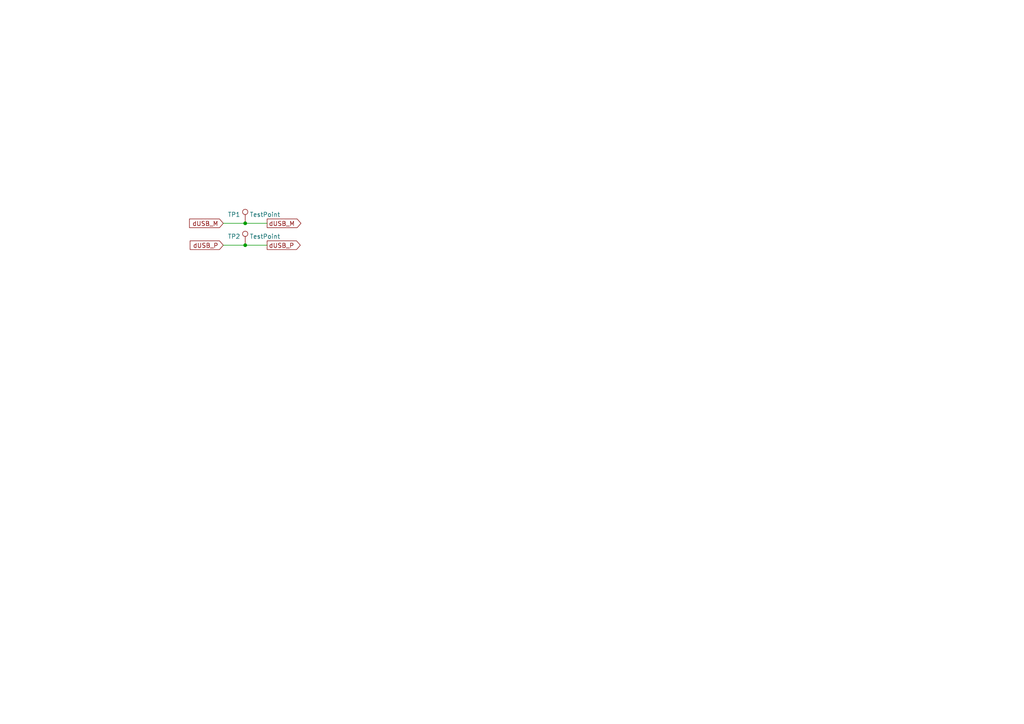
<source format=kicad_sch>
(kicad_sch (version 20250114) (generator "eeschema") (generator_version "9.0")
  (paper "A4")
  (lib_symbols
    (symbol "Connector:TestPoint" (pin_numbers (hide yes)) (pin_names (offset 0.762) (hide yes))
      (property "Reference" "TP" (at 0 6.858 0))
      (property "Value" "TestPoint" (at 0 5.08 0))
      (symbol "TestPoint_0_1"
        (circle (center 0 3.302) (radius 0.762))
      )
      (symbol "TestPoint_1_1"
        (pin passive line (at 0 0 90) (length 2.54) (name "1") (number "1"))
      )
    )
  )
  (junction (at 71.12 64.77))
  (junction (at 71.12 71.12))
  (wire (pts (xy 71.12 64.77) (xy 77.47 64.77)))
  (wire (pts (xy 64.77 64.77) (xy 71.12 64.77)))
  (wire (pts (xy 64.77 71.12) (xy 71.12 71.12)))
  (wire (pts (xy 71.12 71.12) (xy 77.47 71.12)))
  (global_label "dUSB_P" (shape input) (at 64.77 71.12 180) (property "Intersheetrefs" "${INTERSHEET_REFS}" (effects (hide yes))))
  (global_label "dUSB_P" (shape output) (at 77.47 71.12 0) (property "Intersheetrefs" "${INTERSHEET_REFS}" (effects (hide yes))))
  (global_label "dUSB_M" (shape input) (at 64.77 64.77 180) (property "Intersheetrefs" "${INTERSHEET_REFS}" (effects (hide yes))))
  (global_label "dUSB_M" (shape output) (at 77.47 64.77 0) (property "Intersheetrefs" "${INTERSHEET_REFS}" (effects (hide yes))))
  (symbol (lib_id "Connector:TestPoint") (at 71.12 64.77 0) (unit 1)
    (property "Reference" "TP1" (at 66.04 62.23 0) (effects (justify left)))
    (property "Value" "TestPoint" (at 72.39 62.23 0) (effects (justify left)))
    (property "Description" "test point" (effects (hide yes)))
  )
  (symbol (lib_id "Connector:TestPoint") (at 71.12 71.12 0) (unit 1)
    (property "Reference" "TP2" (at 66.04 68.58 0) (effects (justify left)))
    (property "Value" "TestPoint" (at 72.39 68.58 0) (effects (justify left)))
    (property "Description" "test point" (effects (hide yes)))
  )
)
</source>
